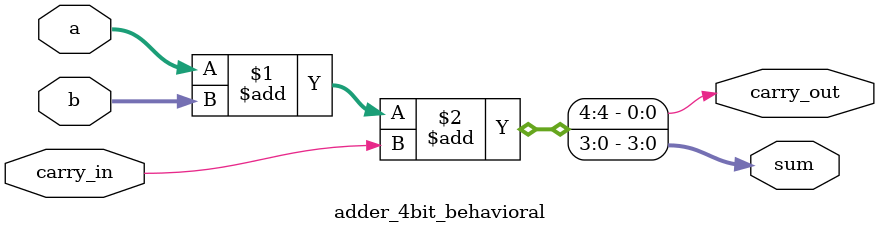
<source format=v>
module adder_4bit_behavioral(
    input [3:0]a,
    input [3:0]b,
	input carry_in,
    output [3:0] sum,  
    output carry_out
    );
    
    // Behavioral code for an 4bit 
    assign {carry_out, sum} = a + b + carry_in;
  
endmodule

</source>
